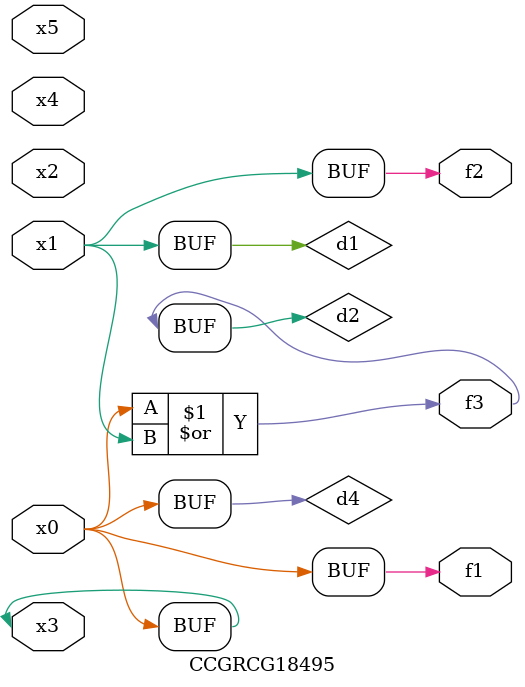
<source format=v>
module CCGRCG18495(
	input x0, x1, x2, x3, x4, x5,
	output f1, f2, f3
);

	wire d1, d2, d3, d4;

	and (d1, x1);
	or (d2, x0, x1);
	nand (d3, x0, x5);
	buf (d4, x0, x3);
	assign f1 = d4;
	assign f2 = d1;
	assign f3 = d2;
endmodule

</source>
